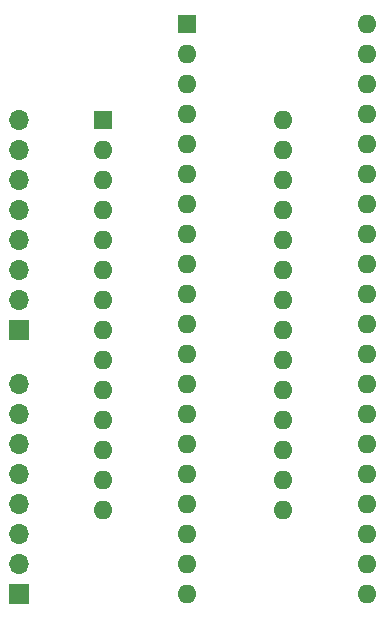
<source format=gbr>
%TF.GenerationSoftware,KiCad,Pcbnew,6.0.2+dfsg-1*%
%TF.CreationDate,2022-05-25T17:35:34+01:00*%
%TF.ProjectId,AY-3-8910 to 12 Adapter,41592d33-2d38-4393-9130-20746f203132,rev?*%
%TF.SameCoordinates,Original*%
%TF.FileFunction,Soldermask,Bot*%
%TF.FilePolarity,Negative*%
%FSLAX46Y46*%
G04 Gerber Fmt 4.6, Leading zero omitted, Abs format (unit mm)*
G04 Created by KiCad (PCBNEW 6.0.2+dfsg-1) date 2022-05-25 17:35:34*
%MOMM*%
%LPD*%
G01*
G04 APERTURE LIST*
%ADD10R,1.700000X1.700000*%
%ADD11O,1.700000X1.700000*%
%ADD12R,1.600000X1.600000*%
%ADD13O,1.600000X1.600000*%
G04 APERTURE END LIST*
D10*
%TO.C,IO-B*%
X76708000Y-71120000D03*
D11*
X76708000Y-68580000D03*
X76708000Y-66040000D03*
X76708000Y-63500000D03*
X76708000Y-60960000D03*
X76708000Y-58420000D03*
X76708000Y-55880000D03*
X76708000Y-53340000D03*
%TD*%
D12*
%TO.C,U2*%
X83820000Y-53340000D03*
D13*
X83820000Y-55880000D03*
X83820000Y-58420000D03*
X83820000Y-60960000D03*
X83820000Y-63500000D03*
X83820000Y-66040000D03*
X83820000Y-68580000D03*
X83820000Y-71120000D03*
X83820000Y-73660000D03*
X83820000Y-76200000D03*
X83820000Y-78740000D03*
X83820000Y-81280000D03*
X83820000Y-83820000D03*
X83820000Y-86360000D03*
X99060000Y-86360000D03*
X99060000Y-83820000D03*
X99060000Y-81280000D03*
X99060000Y-78740000D03*
X99060000Y-76200000D03*
X99060000Y-73660000D03*
X99060000Y-71120000D03*
X99060000Y-68580000D03*
X99060000Y-66040000D03*
X99060000Y-63500000D03*
X99060000Y-60960000D03*
X99060000Y-58420000D03*
X99060000Y-55880000D03*
X99060000Y-53340000D03*
%TD*%
D12*
%TO.C,U1*%
X90932000Y-45212000D03*
D13*
X90932000Y-47752000D03*
X90932000Y-50292000D03*
X90932000Y-52832000D03*
X90932000Y-55372000D03*
X90932000Y-57912000D03*
X90932000Y-60452000D03*
X90932000Y-62992000D03*
X90932000Y-65532000D03*
X90932000Y-68072000D03*
X90932000Y-70612000D03*
X90932000Y-73152000D03*
X90932000Y-75692000D03*
X90932000Y-78232000D03*
X90932000Y-80772000D03*
X90932000Y-83312000D03*
X90932000Y-85852000D03*
X90932000Y-88392000D03*
X90932000Y-90932000D03*
X90932000Y-93472000D03*
X106172000Y-93472000D03*
X106172000Y-90932000D03*
X106172000Y-88392000D03*
X106172000Y-85852000D03*
X106172000Y-83312000D03*
X106172000Y-80772000D03*
X106172000Y-78232000D03*
X106172000Y-75692000D03*
X106172000Y-73152000D03*
X106172000Y-70612000D03*
X106172000Y-68072000D03*
X106172000Y-65532000D03*
X106172000Y-62992000D03*
X106172000Y-60452000D03*
X106172000Y-57912000D03*
X106172000Y-55372000D03*
X106172000Y-52832000D03*
X106172000Y-50292000D03*
X106172000Y-47752000D03*
X106172000Y-45212000D03*
%TD*%
D10*
%TO.C,IO-A*%
X76708000Y-93472000D03*
D11*
X76708000Y-90932000D03*
X76708000Y-88392000D03*
X76708000Y-85852000D03*
X76708000Y-83312000D03*
X76708000Y-80772000D03*
X76708000Y-78232000D03*
X76708000Y-75692000D03*
%TD*%
M02*

</source>
